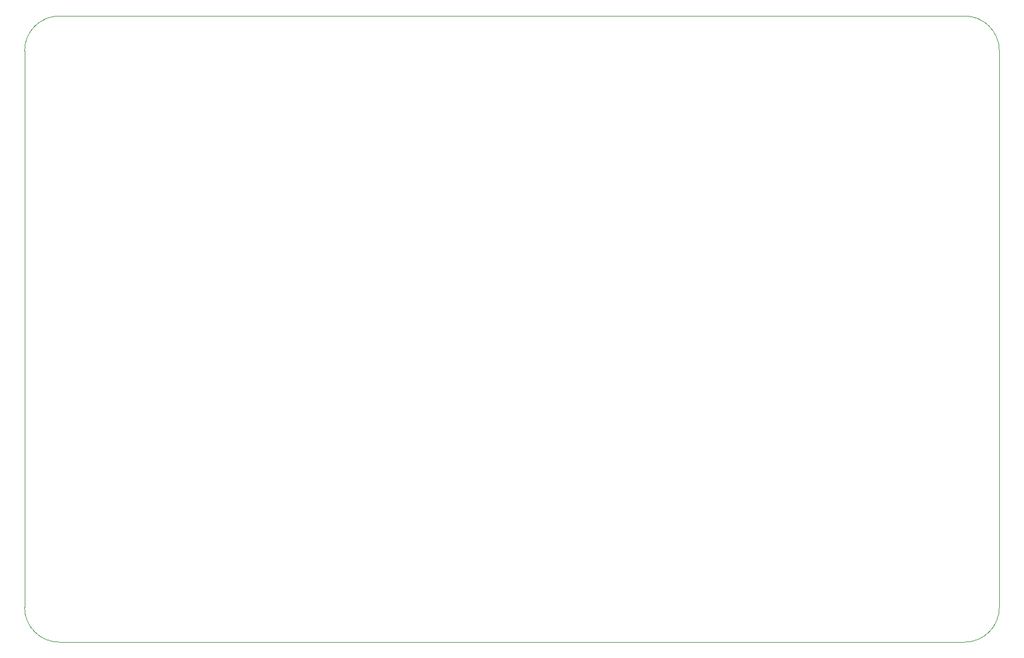
<source format=gbr>
%TF.GenerationSoftware,KiCad,Pcbnew,(6.0.5)*%
%TF.CreationDate,2022-07-16T21:45:20-05:00*%
%TF.ProjectId,julio_cool_clock,6a756c69-6f5f-4636-9f6f-6c5f636c6f63,rev?*%
%TF.SameCoordinates,PX4c4b400PY8a48640*%
%TF.FileFunction,Profile,NP*%
%FSLAX46Y46*%
G04 Gerber Fmt 4.6, Leading zero omitted, Abs format (unit mm)*
G04 Created by KiCad (PCBNEW (6.0.5)) date 2022-07-16 21:45:20*
%MOMM*%
%LPD*%
G01*
G04 APERTURE LIST*
%TA.AperFunction,Profile*%
%ADD10C,0.050000*%
%TD*%
G04 APERTURE END LIST*
D10*
X140000000Y85000000D02*
X140000000Y5000000D01*
X0Y85000000D02*
X0Y5000000D01*
X5000000Y90000000D02*
G75*
G03*
X0Y85000000I0J-5000000D01*
G01*
X0Y5000000D02*
G75*
G03*
X5000000Y0I5000000J0D01*
G01*
X135000000Y0D02*
G75*
G03*
X140000000Y5000000I0J5000000D01*
G01*
X135000000Y90000000D02*
X5000000Y90000000D01*
X140000000Y85000000D02*
G75*
G03*
X135000000Y90000000I-5000000J0D01*
G01*
X135000000Y0D02*
X5000000Y0D01*
M02*

</source>
